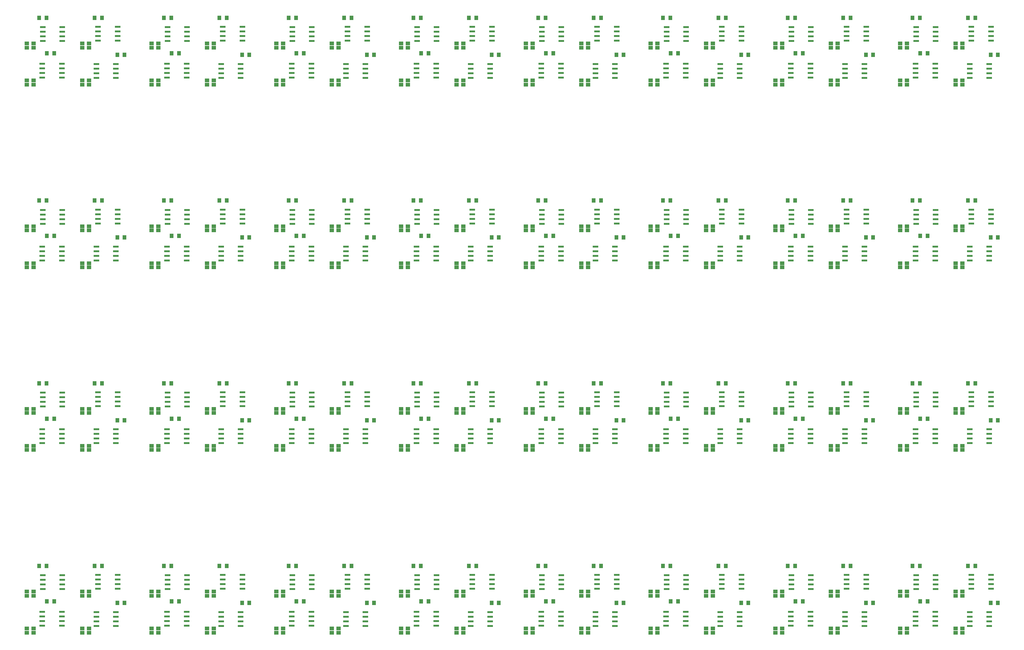
<source format=gbr>
G04 #@! TF.FileFunction,Paste,Bot*
%FSLAX46Y46*%
G04 Gerber Fmt 4.6, Leading zero omitted, Abs format (unit mm)*
G04 Created by KiCad (PCBNEW 4.0.7-e2-6376~58~ubuntu16.04.1) date Mon Nov 20 20:39:29 2017*
%MOMM*%
%LPD*%
G01*
G04 APERTURE LIST*
%ADD10C,0.100000*%
%ADD11R,1.550000X0.600000*%
%ADD12R,1.250000X1.000000*%
%ADD13R,1.000000X1.250000*%
G04 APERTURE END LIST*
D10*
D11*
X199042000Y-125907800D03*
X199042000Y-127177800D03*
X199042000Y-128447800D03*
X199042000Y-129717800D03*
X193642000Y-129717800D03*
X193642000Y-128447800D03*
X193642000Y-127177800D03*
X193642000Y-125907800D03*
X213774000Y-136017000D03*
X213774000Y-137287000D03*
X213774000Y-138557000D03*
X213774000Y-139827000D03*
X208374000Y-139827000D03*
X208374000Y-138557000D03*
X208374000Y-137287000D03*
X208374000Y-136017000D03*
X214256600Y-125831600D03*
X214256600Y-127101600D03*
X214256600Y-128371600D03*
X214256600Y-129641600D03*
X208856600Y-129641600D03*
X208856600Y-128371600D03*
X208856600Y-127101600D03*
X208856600Y-125831600D03*
X198940400Y-135991600D03*
X198940400Y-137261600D03*
X198940400Y-138531600D03*
X198940400Y-139801600D03*
X193540400Y-139801600D03*
X193540400Y-138531600D03*
X193540400Y-137261600D03*
X193540400Y-135991600D03*
D12*
X191135000Y-130390900D03*
X191135000Y-131533900D03*
X189230000Y-130390900D03*
X189230000Y-131533900D03*
X206375000Y-130390900D03*
X206375000Y-131533900D03*
X204470000Y-130390900D03*
X204470000Y-131533900D03*
X206375000Y-140550900D03*
X206375000Y-141693900D03*
X204470000Y-140550900D03*
X204470000Y-141693900D03*
X191135000Y-140550900D03*
X191135000Y-141693900D03*
X189230000Y-140550900D03*
X189230000Y-141693900D03*
D13*
X194675000Y-123342400D03*
X192675000Y-123342400D03*
X216138000Y-133502400D03*
X214138000Y-133502400D03*
X209915000Y-123342400D03*
X207915000Y-123342400D03*
X196808600Y-133070600D03*
X194808600Y-133070600D03*
D11*
X164752000Y-125907800D03*
X164752000Y-127177800D03*
X164752000Y-128447800D03*
X164752000Y-129717800D03*
X159352000Y-129717800D03*
X159352000Y-128447800D03*
X159352000Y-127177800D03*
X159352000Y-125907800D03*
X179484000Y-136017000D03*
X179484000Y-137287000D03*
X179484000Y-138557000D03*
X179484000Y-139827000D03*
X174084000Y-139827000D03*
X174084000Y-138557000D03*
X174084000Y-137287000D03*
X174084000Y-136017000D03*
X179966600Y-125831600D03*
X179966600Y-127101600D03*
X179966600Y-128371600D03*
X179966600Y-129641600D03*
X174566600Y-129641600D03*
X174566600Y-128371600D03*
X174566600Y-127101600D03*
X174566600Y-125831600D03*
X164650400Y-135991600D03*
X164650400Y-137261600D03*
X164650400Y-138531600D03*
X164650400Y-139801600D03*
X159250400Y-139801600D03*
X159250400Y-138531600D03*
X159250400Y-137261600D03*
X159250400Y-135991600D03*
D12*
X156845000Y-130390900D03*
X156845000Y-131533900D03*
X154940000Y-130390900D03*
X154940000Y-131533900D03*
X172085000Y-130390900D03*
X172085000Y-131533900D03*
X170180000Y-130390900D03*
X170180000Y-131533900D03*
X172085000Y-140550900D03*
X172085000Y-141693900D03*
X170180000Y-140550900D03*
X170180000Y-141693900D03*
X156845000Y-140550900D03*
X156845000Y-141693900D03*
X154940000Y-140550900D03*
X154940000Y-141693900D03*
D13*
X160385000Y-123342400D03*
X158385000Y-123342400D03*
X181848000Y-133502400D03*
X179848000Y-133502400D03*
X175625000Y-123342400D03*
X173625000Y-123342400D03*
X162518600Y-133070600D03*
X160518600Y-133070600D03*
X231098600Y-133070600D03*
X229098600Y-133070600D03*
X244205000Y-123342400D03*
X242205000Y-123342400D03*
X250428000Y-133502400D03*
X248428000Y-133502400D03*
X228965000Y-123342400D03*
X226965000Y-123342400D03*
D12*
X223520000Y-140550900D03*
X223520000Y-141693900D03*
X225425000Y-140550900D03*
X225425000Y-141693900D03*
X238760000Y-140550900D03*
X238760000Y-141693900D03*
X240665000Y-140550900D03*
X240665000Y-141693900D03*
X238760000Y-130390900D03*
X238760000Y-131533900D03*
X240665000Y-130390900D03*
X240665000Y-131533900D03*
X223520000Y-130390900D03*
X223520000Y-131533900D03*
X225425000Y-130390900D03*
X225425000Y-131533900D03*
D11*
X233230400Y-135991600D03*
X233230400Y-137261600D03*
X233230400Y-138531600D03*
X233230400Y-139801600D03*
X227830400Y-139801600D03*
X227830400Y-138531600D03*
X227830400Y-137261600D03*
X227830400Y-135991600D03*
X248546600Y-125831600D03*
X248546600Y-127101600D03*
X248546600Y-128371600D03*
X248546600Y-129641600D03*
X243146600Y-129641600D03*
X243146600Y-128371600D03*
X243146600Y-127101600D03*
X243146600Y-125831600D03*
X248064000Y-136017000D03*
X248064000Y-137287000D03*
X248064000Y-138557000D03*
X248064000Y-139827000D03*
X242664000Y-139827000D03*
X242664000Y-138557000D03*
X242664000Y-137287000D03*
X242664000Y-136017000D03*
X233332000Y-125907800D03*
X233332000Y-127177800D03*
X233332000Y-128447800D03*
X233332000Y-129717800D03*
X227932000Y-129717800D03*
X227932000Y-128447800D03*
X227932000Y-127177800D03*
X227932000Y-125907800D03*
D13*
X265388600Y-133070600D03*
X263388600Y-133070600D03*
X278495000Y-123342400D03*
X276495000Y-123342400D03*
X284718000Y-133502400D03*
X282718000Y-133502400D03*
X263255000Y-123342400D03*
X261255000Y-123342400D03*
D12*
X257810000Y-140550900D03*
X257810000Y-141693900D03*
X259715000Y-140550900D03*
X259715000Y-141693900D03*
X273050000Y-140550900D03*
X273050000Y-141693900D03*
X274955000Y-140550900D03*
X274955000Y-141693900D03*
X273050000Y-130390900D03*
X273050000Y-131533900D03*
X274955000Y-130390900D03*
X274955000Y-131533900D03*
X257810000Y-130390900D03*
X257810000Y-131533900D03*
X259715000Y-130390900D03*
X259715000Y-131533900D03*
D11*
X267520400Y-135991600D03*
X267520400Y-137261600D03*
X267520400Y-138531600D03*
X267520400Y-139801600D03*
X262120400Y-139801600D03*
X262120400Y-138531600D03*
X262120400Y-137261600D03*
X262120400Y-135991600D03*
X282836600Y-125831600D03*
X282836600Y-127101600D03*
X282836600Y-128371600D03*
X282836600Y-129641600D03*
X277436600Y-129641600D03*
X277436600Y-128371600D03*
X277436600Y-127101600D03*
X277436600Y-125831600D03*
X282354000Y-136017000D03*
X282354000Y-137287000D03*
X282354000Y-138557000D03*
X282354000Y-139827000D03*
X276954000Y-139827000D03*
X276954000Y-138557000D03*
X276954000Y-137287000D03*
X276954000Y-136017000D03*
X267622000Y-125907800D03*
X267622000Y-127177800D03*
X267622000Y-128447800D03*
X267622000Y-129717800D03*
X262222000Y-129717800D03*
X262222000Y-128447800D03*
X262222000Y-127177800D03*
X262222000Y-125907800D03*
X130462000Y-125907800D03*
X130462000Y-127177800D03*
X130462000Y-128447800D03*
X130462000Y-129717800D03*
X125062000Y-129717800D03*
X125062000Y-128447800D03*
X125062000Y-127177800D03*
X125062000Y-125907800D03*
X145194000Y-136017000D03*
X145194000Y-137287000D03*
X145194000Y-138557000D03*
X145194000Y-139827000D03*
X139794000Y-139827000D03*
X139794000Y-138557000D03*
X139794000Y-137287000D03*
X139794000Y-136017000D03*
X145676600Y-125831600D03*
X145676600Y-127101600D03*
X145676600Y-128371600D03*
X145676600Y-129641600D03*
X140276600Y-129641600D03*
X140276600Y-128371600D03*
X140276600Y-127101600D03*
X140276600Y-125831600D03*
X130360400Y-135991600D03*
X130360400Y-137261600D03*
X130360400Y-138531600D03*
X130360400Y-139801600D03*
X124960400Y-139801600D03*
X124960400Y-138531600D03*
X124960400Y-137261600D03*
X124960400Y-135991600D03*
D12*
X122555000Y-130390900D03*
X122555000Y-131533900D03*
X120650000Y-130390900D03*
X120650000Y-131533900D03*
X137795000Y-130390900D03*
X137795000Y-131533900D03*
X135890000Y-130390900D03*
X135890000Y-131533900D03*
X137795000Y-140550900D03*
X137795000Y-141693900D03*
X135890000Y-140550900D03*
X135890000Y-141693900D03*
X122555000Y-140550900D03*
X122555000Y-141693900D03*
X120650000Y-140550900D03*
X120650000Y-141693900D03*
D13*
X126095000Y-123342400D03*
X124095000Y-123342400D03*
X147558000Y-133502400D03*
X145558000Y-133502400D03*
X141335000Y-123342400D03*
X139335000Y-123342400D03*
X128228600Y-133070600D03*
X126228600Y-133070600D03*
D11*
X96172000Y-125907800D03*
X96172000Y-127177800D03*
X96172000Y-128447800D03*
X96172000Y-129717800D03*
X90772000Y-129717800D03*
X90772000Y-128447800D03*
X90772000Y-127177800D03*
X90772000Y-125907800D03*
X110904000Y-136017000D03*
X110904000Y-137287000D03*
X110904000Y-138557000D03*
X110904000Y-139827000D03*
X105504000Y-139827000D03*
X105504000Y-138557000D03*
X105504000Y-137287000D03*
X105504000Y-136017000D03*
X111386600Y-125831600D03*
X111386600Y-127101600D03*
X111386600Y-128371600D03*
X111386600Y-129641600D03*
X105986600Y-129641600D03*
X105986600Y-128371600D03*
X105986600Y-127101600D03*
X105986600Y-125831600D03*
X96070400Y-135991600D03*
X96070400Y-137261600D03*
X96070400Y-138531600D03*
X96070400Y-139801600D03*
X90670400Y-139801600D03*
X90670400Y-138531600D03*
X90670400Y-137261600D03*
X90670400Y-135991600D03*
D12*
X88265000Y-130390900D03*
X88265000Y-131533900D03*
X86360000Y-130390900D03*
X86360000Y-131533900D03*
X103505000Y-130390900D03*
X103505000Y-131533900D03*
X101600000Y-130390900D03*
X101600000Y-131533900D03*
X103505000Y-140550900D03*
X103505000Y-141693900D03*
X101600000Y-140550900D03*
X101600000Y-141693900D03*
X88265000Y-140550900D03*
X88265000Y-141693900D03*
X86360000Y-140550900D03*
X86360000Y-141693900D03*
D13*
X91805000Y-123342400D03*
X89805000Y-123342400D03*
X113268000Y-133502400D03*
X111268000Y-133502400D03*
X107045000Y-123342400D03*
X105045000Y-123342400D03*
X93938600Y-133070600D03*
X91938600Y-133070600D03*
X25358600Y-133070600D03*
X23358600Y-133070600D03*
X38465000Y-123342400D03*
X36465000Y-123342400D03*
X44688000Y-133502400D03*
X42688000Y-133502400D03*
X23225000Y-123342400D03*
X21225000Y-123342400D03*
D12*
X17780000Y-140550900D03*
X17780000Y-141693900D03*
X19685000Y-140550900D03*
X19685000Y-141693900D03*
X33020000Y-140550900D03*
X33020000Y-141693900D03*
X34925000Y-140550900D03*
X34925000Y-141693900D03*
X33020000Y-130390900D03*
X33020000Y-131533900D03*
X34925000Y-130390900D03*
X34925000Y-131533900D03*
X17780000Y-130390900D03*
X17780000Y-131533900D03*
X19685000Y-130390900D03*
X19685000Y-131533900D03*
D11*
X27490400Y-135991600D03*
X27490400Y-137261600D03*
X27490400Y-138531600D03*
X27490400Y-139801600D03*
X22090400Y-139801600D03*
X22090400Y-138531600D03*
X22090400Y-137261600D03*
X22090400Y-135991600D03*
X42806600Y-125831600D03*
X42806600Y-127101600D03*
X42806600Y-128371600D03*
X42806600Y-129641600D03*
X37406600Y-129641600D03*
X37406600Y-128371600D03*
X37406600Y-127101600D03*
X37406600Y-125831600D03*
X42324000Y-136017000D03*
X42324000Y-137287000D03*
X42324000Y-138557000D03*
X42324000Y-139827000D03*
X36924000Y-139827000D03*
X36924000Y-138557000D03*
X36924000Y-137287000D03*
X36924000Y-136017000D03*
X27592000Y-125907800D03*
X27592000Y-127177800D03*
X27592000Y-128447800D03*
X27592000Y-129717800D03*
X22192000Y-129717800D03*
X22192000Y-128447800D03*
X22192000Y-127177800D03*
X22192000Y-125907800D03*
D13*
X59648600Y-133070600D03*
X57648600Y-133070600D03*
X72755000Y-123342400D03*
X70755000Y-123342400D03*
X78978000Y-133502400D03*
X76978000Y-133502400D03*
X57515000Y-123342400D03*
X55515000Y-123342400D03*
D12*
X52070000Y-140550900D03*
X52070000Y-141693900D03*
X53975000Y-140550900D03*
X53975000Y-141693900D03*
X67310000Y-140550900D03*
X67310000Y-141693900D03*
X69215000Y-140550900D03*
X69215000Y-141693900D03*
X67310000Y-130390900D03*
X67310000Y-131533900D03*
X69215000Y-130390900D03*
X69215000Y-131533900D03*
X52070000Y-130390900D03*
X52070000Y-131533900D03*
X53975000Y-130390900D03*
X53975000Y-131533900D03*
D11*
X61780400Y-135991600D03*
X61780400Y-137261600D03*
X61780400Y-138531600D03*
X61780400Y-139801600D03*
X56380400Y-139801600D03*
X56380400Y-138531600D03*
X56380400Y-137261600D03*
X56380400Y-135991600D03*
X77096600Y-125831600D03*
X77096600Y-127101600D03*
X77096600Y-128371600D03*
X77096600Y-129641600D03*
X71696600Y-129641600D03*
X71696600Y-128371600D03*
X71696600Y-127101600D03*
X71696600Y-125831600D03*
X76614000Y-136017000D03*
X76614000Y-137287000D03*
X76614000Y-138557000D03*
X76614000Y-139827000D03*
X71214000Y-139827000D03*
X71214000Y-138557000D03*
X71214000Y-137287000D03*
X71214000Y-136017000D03*
X61882000Y-125907800D03*
X61882000Y-127177800D03*
X61882000Y-128447800D03*
X61882000Y-129717800D03*
X56482000Y-129717800D03*
X56482000Y-128447800D03*
X56482000Y-127177800D03*
X56482000Y-125907800D03*
X61882000Y-176149000D03*
X61882000Y-177419000D03*
X61882000Y-178689000D03*
X61882000Y-179959000D03*
X56482000Y-179959000D03*
X56482000Y-178689000D03*
X56482000Y-177419000D03*
X56482000Y-176149000D03*
X76614000Y-186258200D03*
X76614000Y-187528200D03*
X76614000Y-188798200D03*
X76614000Y-190068200D03*
X71214000Y-190068200D03*
X71214000Y-188798200D03*
X71214000Y-187528200D03*
X71214000Y-186258200D03*
X77096600Y-176072800D03*
X77096600Y-177342800D03*
X77096600Y-178612800D03*
X77096600Y-179882800D03*
X71696600Y-179882800D03*
X71696600Y-178612800D03*
X71696600Y-177342800D03*
X71696600Y-176072800D03*
X61780400Y-186232800D03*
X61780400Y-187502800D03*
X61780400Y-188772800D03*
X61780400Y-190042800D03*
X56380400Y-190042800D03*
X56380400Y-188772800D03*
X56380400Y-187502800D03*
X56380400Y-186232800D03*
D12*
X53975000Y-180632100D03*
X53975000Y-181775100D03*
X52070000Y-180632100D03*
X52070000Y-181775100D03*
X69215000Y-180632100D03*
X69215000Y-181775100D03*
X67310000Y-180632100D03*
X67310000Y-181775100D03*
X69215000Y-190792100D03*
X69215000Y-191935100D03*
X67310000Y-190792100D03*
X67310000Y-191935100D03*
X53975000Y-190792100D03*
X53975000Y-191935100D03*
X52070000Y-190792100D03*
X52070000Y-191935100D03*
D13*
X57515000Y-173583600D03*
X55515000Y-173583600D03*
X78978000Y-183743600D03*
X76978000Y-183743600D03*
X72755000Y-173583600D03*
X70755000Y-173583600D03*
X59648600Y-183311800D03*
X57648600Y-183311800D03*
D11*
X27592000Y-176149000D03*
X27592000Y-177419000D03*
X27592000Y-178689000D03*
X27592000Y-179959000D03*
X22192000Y-179959000D03*
X22192000Y-178689000D03*
X22192000Y-177419000D03*
X22192000Y-176149000D03*
X42324000Y-186258200D03*
X42324000Y-187528200D03*
X42324000Y-188798200D03*
X42324000Y-190068200D03*
X36924000Y-190068200D03*
X36924000Y-188798200D03*
X36924000Y-187528200D03*
X36924000Y-186258200D03*
X42806600Y-176072800D03*
X42806600Y-177342800D03*
X42806600Y-178612800D03*
X42806600Y-179882800D03*
X37406600Y-179882800D03*
X37406600Y-178612800D03*
X37406600Y-177342800D03*
X37406600Y-176072800D03*
X27490400Y-186232800D03*
X27490400Y-187502800D03*
X27490400Y-188772800D03*
X27490400Y-190042800D03*
X22090400Y-190042800D03*
X22090400Y-188772800D03*
X22090400Y-187502800D03*
X22090400Y-186232800D03*
D12*
X19685000Y-180632100D03*
X19685000Y-181775100D03*
X17780000Y-180632100D03*
X17780000Y-181775100D03*
X34925000Y-180632100D03*
X34925000Y-181775100D03*
X33020000Y-180632100D03*
X33020000Y-181775100D03*
X34925000Y-190792100D03*
X34925000Y-191935100D03*
X33020000Y-190792100D03*
X33020000Y-191935100D03*
X19685000Y-190792100D03*
X19685000Y-191935100D03*
X17780000Y-190792100D03*
X17780000Y-191935100D03*
D13*
X23225000Y-173583600D03*
X21225000Y-173583600D03*
X44688000Y-183743600D03*
X42688000Y-183743600D03*
X38465000Y-173583600D03*
X36465000Y-173583600D03*
X25358600Y-183311800D03*
X23358600Y-183311800D03*
X93938600Y-183311800D03*
X91938600Y-183311800D03*
X107045000Y-173583600D03*
X105045000Y-173583600D03*
X113268000Y-183743600D03*
X111268000Y-183743600D03*
X91805000Y-173583600D03*
X89805000Y-173583600D03*
D12*
X86360000Y-190792100D03*
X86360000Y-191935100D03*
X88265000Y-190792100D03*
X88265000Y-191935100D03*
X101600000Y-190792100D03*
X101600000Y-191935100D03*
X103505000Y-190792100D03*
X103505000Y-191935100D03*
X101600000Y-180632100D03*
X101600000Y-181775100D03*
X103505000Y-180632100D03*
X103505000Y-181775100D03*
X86360000Y-180632100D03*
X86360000Y-181775100D03*
X88265000Y-180632100D03*
X88265000Y-181775100D03*
D11*
X96070400Y-186232800D03*
X96070400Y-187502800D03*
X96070400Y-188772800D03*
X96070400Y-190042800D03*
X90670400Y-190042800D03*
X90670400Y-188772800D03*
X90670400Y-187502800D03*
X90670400Y-186232800D03*
X111386600Y-176072800D03*
X111386600Y-177342800D03*
X111386600Y-178612800D03*
X111386600Y-179882800D03*
X105986600Y-179882800D03*
X105986600Y-178612800D03*
X105986600Y-177342800D03*
X105986600Y-176072800D03*
X110904000Y-186258200D03*
X110904000Y-187528200D03*
X110904000Y-188798200D03*
X110904000Y-190068200D03*
X105504000Y-190068200D03*
X105504000Y-188798200D03*
X105504000Y-187528200D03*
X105504000Y-186258200D03*
X96172000Y-176149000D03*
X96172000Y-177419000D03*
X96172000Y-178689000D03*
X96172000Y-179959000D03*
X90772000Y-179959000D03*
X90772000Y-178689000D03*
X90772000Y-177419000D03*
X90772000Y-176149000D03*
D13*
X128228600Y-183311800D03*
X126228600Y-183311800D03*
X141335000Y-173583600D03*
X139335000Y-173583600D03*
X147558000Y-183743600D03*
X145558000Y-183743600D03*
X126095000Y-173583600D03*
X124095000Y-173583600D03*
D12*
X120650000Y-190792100D03*
X120650000Y-191935100D03*
X122555000Y-190792100D03*
X122555000Y-191935100D03*
X135890000Y-190792100D03*
X135890000Y-191935100D03*
X137795000Y-190792100D03*
X137795000Y-191935100D03*
X135890000Y-180632100D03*
X135890000Y-181775100D03*
X137795000Y-180632100D03*
X137795000Y-181775100D03*
X120650000Y-180632100D03*
X120650000Y-181775100D03*
X122555000Y-180632100D03*
X122555000Y-181775100D03*
D11*
X130360400Y-186232800D03*
X130360400Y-187502800D03*
X130360400Y-188772800D03*
X130360400Y-190042800D03*
X124960400Y-190042800D03*
X124960400Y-188772800D03*
X124960400Y-187502800D03*
X124960400Y-186232800D03*
X145676600Y-176072800D03*
X145676600Y-177342800D03*
X145676600Y-178612800D03*
X145676600Y-179882800D03*
X140276600Y-179882800D03*
X140276600Y-178612800D03*
X140276600Y-177342800D03*
X140276600Y-176072800D03*
X145194000Y-186258200D03*
X145194000Y-187528200D03*
X145194000Y-188798200D03*
X145194000Y-190068200D03*
X139794000Y-190068200D03*
X139794000Y-188798200D03*
X139794000Y-187528200D03*
X139794000Y-186258200D03*
X130462000Y-176149000D03*
X130462000Y-177419000D03*
X130462000Y-178689000D03*
X130462000Y-179959000D03*
X125062000Y-179959000D03*
X125062000Y-178689000D03*
X125062000Y-177419000D03*
X125062000Y-176149000D03*
X267622000Y-176149000D03*
X267622000Y-177419000D03*
X267622000Y-178689000D03*
X267622000Y-179959000D03*
X262222000Y-179959000D03*
X262222000Y-178689000D03*
X262222000Y-177419000D03*
X262222000Y-176149000D03*
X282354000Y-186258200D03*
X282354000Y-187528200D03*
X282354000Y-188798200D03*
X282354000Y-190068200D03*
X276954000Y-190068200D03*
X276954000Y-188798200D03*
X276954000Y-187528200D03*
X276954000Y-186258200D03*
X282836600Y-176072800D03*
X282836600Y-177342800D03*
X282836600Y-178612800D03*
X282836600Y-179882800D03*
X277436600Y-179882800D03*
X277436600Y-178612800D03*
X277436600Y-177342800D03*
X277436600Y-176072800D03*
X267520400Y-186232800D03*
X267520400Y-187502800D03*
X267520400Y-188772800D03*
X267520400Y-190042800D03*
X262120400Y-190042800D03*
X262120400Y-188772800D03*
X262120400Y-187502800D03*
X262120400Y-186232800D03*
D12*
X259715000Y-180632100D03*
X259715000Y-181775100D03*
X257810000Y-180632100D03*
X257810000Y-181775100D03*
X274955000Y-180632100D03*
X274955000Y-181775100D03*
X273050000Y-180632100D03*
X273050000Y-181775100D03*
X274955000Y-190792100D03*
X274955000Y-191935100D03*
X273050000Y-190792100D03*
X273050000Y-191935100D03*
X259715000Y-190792100D03*
X259715000Y-191935100D03*
X257810000Y-190792100D03*
X257810000Y-191935100D03*
D13*
X263255000Y-173583600D03*
X261255000Y-173583600D03*
X284718000Y-183743600D03*
X282718000Y-183743600D03*
X278495000Y-173583600D03*
X276495000Y-173583600D03*
X265388600Y-183311800D03*
X263388600Y-183311800D03*
D11*
X233332000Y-176149000D03*
X233332000Y-177419000D03*
X233332000Y-178689000D03*
X233332000Y-179959000D03*
X227932000Y-179959000D03*
X227932000Y-178689000D03*
X227932000Y-177419000D03*
X227932000Y-176149000D03*
X248064000Y-186258200D03*
X248064000Y-187528200D03*
X248064000Y-188798200D03*
X248064000Y-190068200D03*
X242664000Y-190068200D03*
X242664000Y-188798200D03*
X242664000Y-187528200D03*
X242664000Y-186258200D03*
X248546600Y-176072800D03*
X248546600Y-177342800D03*
X248546600Y-178612800D03*
X248546600Y-179882800D03*
X243146600Y-179882800D03*
X243146600Y-178612800D03*
X243146600Y-177342800D03*
X243146600Y-176072800D03*
X233230400Y-186232800D03*
X233230400Y-187502800D03*
X233230400Y-188772800D03*
X233230400Y-190042800D03*
X227830400Y-190042800D03*
X227830400Y-188772800D03*
X227830400Y-187502800D03*
X227830400Y-186232800D03*
D12*
X225425000Y-180632100D03*
X225425000Y-181775100D03*
X223520000Y-180632100D03*
X223520000Y-181775100D03*
X240665000Y-180632100D03*
X240665000Y-181775100D03*
X238760000Y-180632100D03*
X238760000Y-181775100D03*
X240665000Y-190792100D03*
X240665000Y-191935100D03*
X238760000Y-190792100D03*
X238760000Y-191935100D03*
X225425000Y-190792100D03*
X225425000Y-191935100D03*
X223520000Y-190792100D03*
X223520000Y-191935100D03*
D13*
X228965000Y-173583600D03*
X226965000Y-173583600D03*
X250428000Y-183743600D03*
X248428000Y-183743600D03*
X244205000Y-173583600D03*
X242205000Y-173583600D03*
X231098600Y-183311800D03*
X229098600Y-183311800D03*
X162518600Y-183311800D03*
X160518600Y-183311800D03*
X175625000Y-173583600D03*
X173625000Y-173583600D03*
X181848000Y-183743600D03*
X179848000Y-183743600D03*
X160385000Y-173583600D03*
X158385000Y-173583600D03*
D12*
X154940000Y-190792100D03*
X154940000Y-191935100D03*
X156845000Y-190792100D03*
X156845000Y-191935100D03*
X170180000Y-190792100D03*
X170180000Y-191935100D03*
X172085000Y-190792100D03*
X172085000Y-191935100D03*
X170180000Y-180632100D03*
X170180000Y-181775100D03*
X172085000Y-180632100D03*
X172085000Y-181775100D03*
X154940000Y-180632100D03*
X154940000Y-181775100D03*
X156845000Y-180632100D03*
X156845000Y-181775100D03*
D11*
X164650400Y-186232800D03*
X164650400Y-187502800D03*
X164650400Y-188772800D03*
X164650400Y-190042800D03*
X159250400Y-190042800D03*
X159250400Y-188772800D03*
X159250400Y-187502800D03*
X159250400Y-186232800D03*
X179966600Y-176072800D03*
X179966600Y-177342800D03*
X179966600Y-178612800D03*
X179966600Y-179882800D03*
X174566600Y-179882800D03*
X174566600Y-178612800D03*
X174566600Y-177342800D03*
X174566600Y-176072800D03*
X179484000Y-186258200D03*
X179484000Y-187528200D03*
X179484000Y-188798200D03*
X179484000Y-190068200D03*
X174084000Y-190068200D03*
X174084000Y-188798200D03*
X174084000Y-187528200D03*
X174084000Y-186258200D03*
X164752000Y-176149000D03*
X164752000Y-177419000D03*
X164752000Y-178689000D03*
X164752000Y-179959000D03*
X159352000Y-179959000D03*
X159352000Y-178689000D03*
X159352000Y-177419000D03*
X159352000Y-176149000D03*
D13*
X196808600Y-183311800D03*
X194808600Y-183311800D03*
X209915000Y-173583600D03*
X207915000Y-173583600D03*
X216138000Y-183743600D03*
X214138000Y-183743600D03*
X194675000Y-173583600D03*
X192675000Y-173583600D03*
D12*
X189230000Y-190792100D03*
X189230000Y-191935100D03*
X191135000Y-190792100D03*
X191135000Y-191935100D03*
X204470000Y-190792100D03*
X204470000Y-191935100D03*
X206375000Y-190792100D03*
X206375000Y-191935100D03*
X204470000Y-180632100D03*
X204470000Y-181775100D03*
X206375000Y-180632100D03*
X206375000Y-181775100D03*
X189230000Y-180632100D03*
X189230000Y-181775100D03*
X191135000Y-180632100D03*
X191135000Y-181775100D03*
D11*
X198940400Y-186232800D03*
X198940400Y-187502800D03*
X198940400Y-188772800D03*
X198940400Y-190042800D03*
X193540400Y-190042800D03*
X193540400Y-188772800D03*
X193540400Y-187502800D03*
X193540400Y-186232800D03*
X214256600Y-176072800D03*
X214256600Y-177342800D03*
X214256600Y-178612800D03*
X214256600Y-179882800D03*
X208856600Y-179882800D03*
X208856600Y-178612800D03*
X208856600Y-177342800D03*
X208856600Y-176072800D03*
X213774000Y-186258200D03*
X213774000Y-187528200D03*
X213774000Y-188798200D03*
X213774000Y-190068200D03*
X208374000Y-190068200D03*
X208374000Y-188798200D03*
X208374000Y-187528200D03*
X208374000Y-186258200D03*
X199042000Y-176149000D03*
X199042000Y-177419000D03*
X199042000Y-178689000D03*
X199042000Y-179959000D03*
X193642000Y-179959000D03*
X193642000Y-178689000D03*
X193642000Y-177419000D03*
X193642000Y-176149000D03*
X199042000Y-75666600D03*
X199042000Y-76936600D03*
X199042000Y-78206600D03*
X199042000Y-79476600D03*
X193642000Y-79476600D03*
X193642000Y-78206600D03*
X193642000Y-76936600D03*
X193642000Y-75666600D03*
X213774000Y-85775800D03*
X213774000Y-87045800D03*
X213774000Y-88315800D03*
X213774000Y-89585800D03*
X208374000Y-89585800D03*
X208374000Y-88315800D03*
X208374000Y-87045800D03*
X208374000Y-85775800D03*
X214256600Y-75590400D03*
X214256600Y-76860400D03*
X214256600Y-78130400D03*
X214256600Y-79400400D03*
X208856600Y-79400400D03*
X208856600Y-78130400D03*
X208856600Y-76860400D03*
X208856600Y-75590400D03*
X198940400Y-85750400D03*
X198940400Y-87020400D03*
X198940400Y-88290400D03*
X198940400Y-89560400D03*
X193540400Y-89560400D03*
X193540400Y-88290400D03*
X193540400Y-87020400D03*
X193540400Y-85750400D03*
D12*
X191135000Y-80149700D03*
X191135000Y-81292700D03*
X189230000Y-80149700D03*
X189230000Y-81292700D03*
X206375000Y-80149700D03*
X206375000Y-81292700D03*
X204470000Y-80149700D03*
X204470000Y-81292700D03*
X206375000Y-90309700D03*
X206375000Y-91452700D03*
X204470000Y-90309700D03*
X204470000Y-91452700D03*
X191135000Y-90309700D03*
X191135000Y-91452700D03*
X189230000Y-90309700D03*
X189230000Y-91452700D03*
D13*
X194675000Y-73101200D03*
X192675000Y-73101200D03*
X216138000Y-83261200D03*
X214138000Y-83261200D03*
X209915000Y-73101200D03*
X207915000Y-73101200D03*
X196808600Y-82829400D03*
X194808600Y-82829400D03*
D11*
X164752000Y-75666600D03*
X164752000Y-76936600D03*
X164752000Y-78206600D03*
X164752000Y-79476600D03*
X159352000Y-79476600D03*
X159352000Y-78206600D03*
X159352000Y-76936600D03*
X159352000Y-75666600D03*
X179484000Y-85775800D03*
X179484000Y-87045800D03*
X179484000Y-88315800D03*
X179484000Y-89585800D03*
X174084000Y-89585800D03*
X174084000Y-88315800D03*
X174084000Y-87045800D03*
X174084000Y-85775800D03*
X179966600Y-75590400D03*
X179966600Y-76860400D03*
X179966600Y-78130400D03*
X179966600Y-79400400D03*
X174566600Y-79400400D03*
X174566600Y-78130400D03*
X174566600Y-76860400D03*
X174566600Y-75590400D03*
X164650400Y-85750400D03*
X164650400Y-87020400D03*
X164650400Y-88290400D03*
X164650400Y-89560400D03*
X159250400Y-89560400D03*
X159250400Y-88290400D03*
X159250400Y-87020400D03*
X159250400Y-85750400D03*
D12*
X156845000Y-80149700D03*
X156845000Y-81292700D03*
X154940000Y-80149700D03*
X154940000Y-81292700D03*
X172085000Y-80149700D03*
X172085000Y-81292700D03*
X170180000Y-80149700D03*
X170180000Y-81292700D03*
X172085000Y-90309700D03*
X172085000Y-91452700D03*
X170180000Y-90309700D03*
X170180000Y-91452700D03*
X156845000Y-90309700D03*
X156845000Y-91452700D03*
X154940000Y-90309700D03*
X154940000Y-91452700D03*
D13*
X160385000Y-73101200D03*
X158385000Y-73101200D03*
X181848000Y-83261200D03*
X179848000Y-83261200D03*
X175625000Y-73101200D03*
X173625000Y-73101200D03*
X162518600Y-82829400D03*
X160518600Y-82829400D03*
X231098600Y-82829400D03*
X229098600Y-82829400D03*
X244205000Y-73101200D03*
X242205000Y-73101200D03*
X250428000Y-83261200D03*
X248428000Y-83261200D03*
X228965000Y-73101200D03*
X226965000Y-73101200D03*
D12*
X223520000Y-90309700D03*
X223520000Y-91452700D03*
X225425000Y-90309700D03*
X225425000Y-91452700D03*
X238760000Y-90309700D03*
X238760000Y-91452700D03*
X240665000Y-90309700D03*
X240665000Y-91452700D03*
X238760000Y-80149700D03*
X238760000Y-81292700D03*
X240665000Y-80149700D03*
X240665000Y-81292700D03*
X223520000Y-80149700D03*
X223520000Y-81292700D03*
X225425000Y-80149700D03*
X225425000Y-81292700D03*
D11*
X233230400Y-85750400D03*
X233230400Y-87020400D03*
X233230400Y-88290400D03*
X233230400Y-89560400D03*
X227830400Y-89560400D03*
X227830400Y-88290400D03*
X227830400Y-87020400D03*
X227830400Y-85750400D03*
X248546600Y-75590400D03*
X248546600Y-76860400D03*
X248546600Y-78130400D03*
X248546600Y-79400400D03*
X243146600Y-79400400D03*
X243146600Y-78130400D03*
X243146600Y-76860400D03*
X243146600Y-75590400D03*
X248064000Y-85775800D03*
X248064000Y-87045800D03*
X248064000Y-88315800D03*
X248064000Y-89585800D03*
X242664000Y-89585800D03*
X242664000Y-88315800D03*
X242664000Y-87045800D03*
X242664000Y-85775800D03*
X233332000Y-75666600D03*
X233332000Y-76936600D03*
X233332000Y-78206600D03*
X233332000Y-79476600D03*
X227932000Y-79476600D03*
X227932000Y-78206600D03*
X227932000Y-76936600D03*
X227932000Y-75666600D03*
D13*
X265388600Y-82829400D03*
X263388600Y-82829400D03*
X278495000Y-73101200D03*
X276495000Y-73101200D03*
X284718000Y-83261200D03*
X282718000Y-83261200D03*
X263255000Y-73101200D03*
X261255000Y-73101200D03*
D12*
X257810000Y-90309700D03*
X257810000Y-91452700D03*
X259715000Y-90309700D03*
X259715000Y-91452700D03*
X273050000Y-90309700D03*
X273050000Y-91452700D03*
X274955000Y-90309700D03*
X274955000Y-91452700D03*
X273050000Y-80149700D03*
X273050000Y-81292700D03*
X274955000Y-80149700D03*
X274955000Y-81292700D03*
X257810000Y-80149700D03*
X257810000Y-81292700D03*
X259715000Y-80149700D03*
X259715000Y-81292700D03*
D11*
X267520400Y-85750400D03*
X267520400Y-87020400D03*
X267520400Y-88290400D03*
X267520400Y-89560400D03*
X262120400Y-89560400D03*
X262120400Y-88290400D03*
X262120400Y-87020400D03*
X262120400Y-85750400D03*
X282836600Y-75590400D03*
X282836600Y-76860400D03*
X282836600Y-78130400D03*
X282836600Y-79400400D03*
X277436600Y-79400400D03*
X277436600Y-78130400D03*
X277436600Y-76860400D03*
X277436600Y-75590400D03*
X282354000Y-85775800D03*
X282354000Y-87045800D03*
X282354000Y-88315800D03*
X282354000Y-89585800D03*
X276954000Y-89585800D03*
X276954000Y-88315800D03*
X276954000Y-87045800D03*
X276954000Y-85775800D03*
X267622000Y-75666600D03*
X267622000Y-76936600D03*
X267622000Y-78206600D03*
X267622000Y-79476600D03*
X262222000Y-79476600D03*
X262222000Y-78206600D03*
X262222000Y-76936600D03*
X262222000Y-75666600D03*
X130462000Y-75666600D03*
X130462000Y-76936600D03*
X130462000Y-78206600D03*
X130462000Y-79476600D03*
X125062000Y-79476600D03*
X125062000Y-78206600D03*
X125062000Y-76936600D03*
X125062000Y-75666600D03*
X145194000Y-85775800D03*
X145194000Y-87045800D03*
X145194000Y-88315800D03*
X145194000Y-89585800D03*
X139794000Y-89585800D03*
X139794000Y-88315800D03*
X139794000Y-87045800D03*
X139794000Y-85775800D03*
X145676600Y-75590400D03*
X145676600Y-76860400D03*
X145676600Y-78130400D03*
X145676600Y-79400400D03*
X140276600Y-79400400D03*
X140276600Y-78130400D03*
X140276600Y-76860400D03*
X140276600Y-75590400D03*
X130360400Y-85750400D03*
X130360400Y-87020400D03*
X130360400Y-88290400D03*
X130360400Y-89560400D03*
X124960400Y-89560400D03*
X124960400Y-88290400D03*
X124960400Y-87020400D03*
X124960400Y-85750400D03*
D12*
X122555000Y-80149700D03*
X122555000Y-81292700D03*
X120650000Y-80149700D03*
X120650000Y-81292700D03*
X137795000Y-80149700D03*
X137795000Y-81292700D03*
X135890000Y-80149700D03*
X135890000Y-81292700D03*
X137795000Y-90309700D03*
X137795000Y-91452700D03*
X135890000Y-90309700D03*
X135890000Y-91452700D03*
X122555000Y-90309700D03*
X122555000Y-91452700D03*
X120650000Y-90309700D03*
X120650000Y-91452700D03*
D13*
X126095000Y-73101200D03*
X124095000Y-73101200D03*
X147558000Y-83261200D03*
X145558000Y-83261200D03*
X141335000Y-73101200D03*
X139335000Y-73101200D03*
X128228600Y-82829400D03*
X126228600Y-82829400D03*
D11*
X96172000Y-75666600D03*
X96172000Y-76936600D03*
X96172000Y-78206600D03*
X96172000Y-79476600D03*
X90772000Y-79476600D03*
X90772000Y-78206600D03*
X90772000Y-76936600D03*
X90772000Y-75666600D03*
X110904000Y-85775800D03*
X110904000Y-87045800D03*
X110904000Y-88315800D03*
X110904000Y-89585800D03*
X105504000Y-89585800D03*
X105504000Y-88315800D03*
X105504000Y-87045800D03*
X105504000Y-85775800D03*
X111386600Y-75590400D03*
X111386600Y-76860400D03*
X111386600Y-78130400D03*
X111386600Y-79400400D03*
X105986600Y-79400400D03*
X105986600Y-78130400D03*
X105986600Y-76860400D03*
X105986600Y-75590400D03*
X96070400Y-85750400D03*
X96070400Y-87020400D03*
X96070400Y-88290400D03*
X96070400Y-89560400D03*
X90670400Y-89560400D03*
X90670400Y-88290400D03*
X90670400Y-87020400D03*
X90670400Y-85750400D03*
D12*
X88265000Y-80149700D03*
X88265000Y-81292700D03*
X86360000Y-80149700D03*
X86360000Y-81292700D03*
X103505000Y-80149700D03*
X103505000Y-81292700D03*
X101600000Y-80149700D03*
X101600000Y-81292700D03*
X103505000Y-90309700D03*
X103505000Y-91452700D03*
X101600000Y-90309700D03*
X101600000Y-91452700D03*
X88265000Y-90309700D03*
X88265000Y-91452700D03*
X86360000Y-90309700D03*
X86360000Y-91452700D03*
D13*
X91805000Y-73101200D03*
X89805000Y-73101200D03*
X113268000Y-83261200D03*
X111268000Y-83261200D03*
X107045000Y-73101200D03*
X105045000Y-73101200D03*
X93938600Y-82829400D03*
X91938600Y-82829400D03*
X25358600Y-82829400D03*
X23358600Y-82829400D03*
X38465000Y-73101200D03*
X36465000Y-73101200D03*
X44688000Y-83261200D03*
X42688000Y-83261200D03*
X23225000Y-73101200D03*
X21225000Y-73101200D03*
D12*
X17780000Y-90309700D03*
X17780000Y-91452700D03*
X19685000Y-90309700D03*
X19685000Y-91452700D03*
X33020000Y-90309700D03*
X33020000Y-91452700D03*
X34925000Y-90309700D03*
X34925000Y-91452700D03*
X33020000Y-80149700D03*
X33020000Y-81292700D03*
X34925000Y-80149700D03*
X34925000Y-81292700D03*
X17780000Y-80149700D03*
X17780000Y-81292700D03*
X19685000Y-80149700D03*
X19685000Y-81292700D03*
D11*
X27490400Y-85750400D03*
X27490400Y-87020400D03*
X27490400Y-88290400D03*
X27490400Y-89560400D03*
X22090400Y-89560400D03*
X22090400Y-88290400D03*
X22090400Y-87020400D03*
X22090400Y-85750400D03*
X42806600Y-75590400D03*
X42806600Y-76860400D03*
X42806600Y-78130400D03*
X42806600Y-79400400D03*
X37406600Y-79400400D03*
X37406600Y-78130400D03*
X37406600Y-76860400D03*
X37406600Y-75590400D03*
X42324000Y-85775800D03*
X42324000Y-87045800D03*
X42324000Y-88315800D03*
X42324000Y-89585800D03*
X36924000Y-89585800D03*
X36924000Y-88315800D03*
X36924000Y-87045800D03*
X36924000Y-85775800D03*
X27592000Y-75666600D03*
X27592000Y-76936600D03*
X27592000Y-78206600D03*
X27592000Y-79476600D03*
X22192000Y-79476600D03*
X22192000Y-78206600D03*
X22192000Y-76936600D03*
X22192000Y-75666600D03*
D13*
X59648600Y-82829400D03*
X57648600Y-82829400D03*
X72755000Y-73101200D03*
X70755000Y-73101200D03*
X78978000Y-83261200D03*
X76978000Y-83261200D03*
X57515000Y-73101200D03*
X55515000Y-73101200D03*
D12*
X52070000Y-90309700D03*
X52070000Y-91452700D03*
X53975000Y-90309700D03*
X53975000Y-91452700D03*
X67310000Y-90309700D03*
X67310000Y-91452700D03*
X69215000Y-90309700D03*
X69215000Y-91452700D03*
X67310000Y-80149700D03*
X67310000Y-81292700D03*
X69215000Y-80149700D03*
X69215000Y-81292700D03*
X52070000Y-80149700D03*
X52070000Y-81292700D03*
X53975000Y-80149700D03*
X53975000Y-81292700D03*
D11*
X61780400Y-85750400D03*
X61780400Y-87020400D03*
X61780400Y-88290400D03*
X61780400Y-89560400D03*
X56380400Y-89560400D03*
X56380400Y-88290400D03*
X56380400Y-87020400D03*
X56380400Y-85750400D03*
X77096600Y-75590400D03*
X77096600Y-76860400D03*
X77096600Y-78130400D03*
X77096600Y-79400400D03*
X71696600Y-79400400D03*
X71696600Y-78130400D03*
X71696600Y-76860400D03*
X71696600Y-75590400D03*
X76614000Y-85775800D03*
X76614000Y-87045800D03*
X76614000Y-88315800D03*
X76614000Y-89585800D03*
X71214000Y-89585800D03*
X71214000Y-88315800D03*
X71214000Y-87045800D03*
X71214000Y-85775800D03*
X61882000Y-75666600D03*
X61882000Y-76936600D03*
X61882000Y-78206600D03*
X61882000Y-79476600D03*
X56482000Y-79476600D03*
X56482000Y-78206600D03*
X56482000Y-76936600D03*
X56482000Y-75666600D03*
X61882000Y-25425400D03*
X61882000Y-26695400D03*
X61882000Y-27965400D03*
X61882000Y-29235400D03*
X56482000Y-29235400D03*
X56482000Y-27965400D03*
X56482000Y-26695400D03*
X56482000Y-25425400D03*
X76614000Y-35534600D03*
X76614000Y-36804600D03*
X76614000Y-38074600D03*
X76614000Y-39344600D03*
X71214000Y-39344600D03*
X71214000Y-38074600D03*
X71214000Y-36804600D03*
X71214000Y-35534600D03*
X77096600Y-25349200D03*
X77096600Y-26619200D03*
X77096600Y-27889200D03*
X77096600Y-29159200D03*
X71696600Y-29159200D03*
X71696600Y-27889200D03*
X71696600Y-26619200D03*
X71696600Y-25349200D03*
X61780400Y-35509200D03*
X61780400Y-36779200D03*
X61780400Y-38049200D03*
X61780400Y-39319200D03*
X56380400Y-39319200D03*
X56380400Y-38049200D03*
X56380400Y-36779200D03*
X56380400Y-35509200D03*
D12*
X53975000Y-29908500D03*
X53975000Y-31051500D03*
X52070000Y-29908500D03*
X52070000Y-31051500D03*
X69215000Y-29908500D03*
X69215000Y-31051500D03*
X67310000Y-29908500D03*
X67310000Y-31051500D03*
X69215000Y-40068500D03*
X69215000Y-41211500D03*
X67310000Y-40068500D03*
X67310000Y-41211500D03*
X53975000Y-40068500D03*
X53975000Y-41211500D03*
X52070000Y-40068500D03*
X52070000Y-41211500D03*
D13*
X57515000Y-22860000D03*
X55515000Y-22860000D03*
X78978000Y-33020000D03*
X76978000Y-33020000D03*
X72755000Y-22860000D03*
X70755000Y-22860000D03*
X59648600Y-32588200D03*
X57648600Y-32588200D03*
D11*
X27592000Y-25425400D03*
X27592000Y-26695400D03*
X27592000Y-27965400D03*
X27592000Y-29235400D03*
X22192000Y-29235400D03*
X22192000Y-27965400D03*
X22192000Y-26695400D03*
X22192000Y-25425400D03*
X42324000Y-35534600D03*
X42324000Y-36804600D03*
X42324000Y-38074600D03*
X42324000Y-39344600D03*
X36924000Y-39344600D03*
X36924000Y-38074600D03*
X36924000Y-36804600D03*
X36924000Y-35534600D03*
X42806600Y-25349200D03*
X42806600Y-26619200D03*
X42806600Y-27889200D03*
X42806600Y-29159200D03*
X37406600Y-29159200D03*
X37406600Y-27889200D03*
X37406600Y-26619200D03*
X37406600Y-25349200D03*
X27490400Y-35509200D03*
X27490400Y-36779200D03*
X27490400Y-38049200D03*
X27490400Y-39319200D03*
X22090400Y-39319200D03*
X22090400Y-38049200D03*
X22090400Y-36779200D03*
X22090400Y-35509200D03*
D12*
X19685000Y-29908500D03*
X19685000Y-31051500D03*
X17780000Y-29908500D03*
X17780000Y-31051500D03*
X34925000Y-29908500D03*
X34925000Y-31051500D03*
X33020000Y-29908500D03*
X33020000Y-31051500D03*
X34925000Y-40068500D03*
X34925000Y-41211500D03*
X33020000Y-40068500D03*
X33020000Y-41211500D03*
X19685000Y-40068500D03*
X19685000Y-41211500D03*
X17780000Y-40068500D03*
X17780000Y-41211500D03*
D13*
X23225000Y-22860000D03*
X21225000Y-22860000D03*
X44688000Y-33020000D03*
X42688000Y-33020000D03*
X38465000Y-22860000D03*
X36465000Y-22860000D03*
X25358600Y-32588200D03*
X23358600Y-32588200D03*
X93938600Y-32588200D03*
X91938600Y-32588200D03*
X107045000Y-22860000D03*
X105045000Y-22860000D03*
X113268000Y-33020000D03*
X111268000Y-33020000D03*
X91805000Y-22860000D03*
X89805000Y-22860000D03*
D12*
X86360000Y-40068500D03*
X86360000Y-41211500D03*
X88265000Y-40068500D03*
X88265000Y-41211500D03*
X101600000Y-40068500D03*
X101600000Y-41211500D03*
X103505000Y-40068500D03*
X103505000Y-41211500D03*
X101600000Y-29908500D03*
X101600000Y-31051500D03*
X103505000Y-29908500D03*
X103505000Y-31051500D03*
X86360000Y-29908500D03*
X86360000Y-31051500D03*
X88265000Y-29908500D03*
X88265000Y-31051500D03*
D11*
X96070400Y-35509200D03*
X96070400Y-36779200D03*
X96070400Y-38049200D03*
X96070400Y-39319200D03*
X90670400Y-39319200D03*
X90670400Y-38049200D03*
X90670400Y-36779200D03*
X90670400Y-35509200D03*
X111386600Y-25349200D03*
X111386600Y-26619200D03*
X111386600Y-27889200D03*
X111386600Y-29159200D03*
X105986600Y-29159200D03*
X105986600Y-27889200D03*
X105986600Y-26619200D03*
X105986600Y-25349200D03*
X110904000Y-35534600D03*
X110904000Y-36804600D03*
X110904000Y-38074600D03*
X110904000Y-39344600D03*
X105504000Y-39344600D03*
X105504000Y-38074600D03*
X105504000Y-36804600D03*
X105504000Y-35534600D03*
X96172000Y-25425400D03*
X96172000Y-26695400D03*
X96172000Y-27965400D03*
X96172000Y-29235400D03*
X90772000Y-29235400D03*
X90772000Y-27965400D03*
X90772000Y-26695400D03*
X90772000Y-25425400D03*
D13*
X128228600Y-32588200D03*
X126228600Y-32588200D03*
X141335000Y-22860000D03*
X139335000Y-22860000D03*
X147558000Y-33020000D03*
X145558000Y-33020000D03*
X126095000Y-22860000D03*
X124095000Y-22860000D03*
D12*
X120650000Y-40068500D03*
X120650000Y-41211500D03*
X122555000Y-40068500D03*
X122555000Y-41211500D03*
X135890000Y-40068500D03*
X135890000Y-41211500D03*
X137795000Y-40068500D03*
X137795000Y-41211500D03*
X135890000Y-29908500D03*
X135890000Y-31051500D03*
X137795000Y-29908500D03*
X137795000Y-31051500D03*
X120650000Y-29908500D03*
X120650000Y-31051500D03*
X122555000Y-29908500D03*
X122555000Y-31051500D03*
D11*
X130360400Y-35509200D03*
X130360400Y-36779200D03*
X130360400Y-38049200D03*
X130360400Y-39319200D03*
X124960400Y-39319200D03*
X124960400Y-38049200D03*
X124960400Y-36779200D03*
X124960400Y-35509200D03*
X145676600Y-25349200D03*
X145676600Y-26619200D03*
X145676600Y-27889200D03*
X145676600Y-29159200D03*
X140276600Y-29159200D03*
X140276600Y-27889200D03*
X140276600Y-26619200D03*
X140276600Y-25349200D03*
X145194000Y-35534600D03*
X145194000Y-36804600D03*
X145194000Y-38074600D03*
X145194000Y-39344600D03*
X139794000Y-39344600D03*
X139794000Y-38074600D03*
X139794000Y-36804600D03*
X139794000Y-35534600D03*
X130462000Y-25425400D03*
X130462000Y-26695400D03*
X130462000Y-27965400D03*
X130462000Y-29235400D03*
X125062000Y-29235400D03*
X125062000Y-27965400D03*
X125062000Y-26695400D03*
X125062000Y-25425400D03*
X267622000Y-25425400D03*
X267622000Y-26695400D03*
X267622000Y-27965400D03*
X267622000Y-29235400D03*
X262222000Y-29235400D03*
X262222000Y-27965400D03*
X262222000Y-26695400D03*
X262222000Y-25425400D03*
X282354000Y-35534600D03*
X282354000Y-36804600D03*
X282354000Y-38074600D03*
X282354000Y-39344600D03*
X276954000Y-39344600D03*
X276954000Y-38074600D03*
X276954000Y-36804600D03*
X276954000Y-35534600D03*
X282836600Y-25349200D03*
X282836600Y-26619200D03*
X282836600Y-27889200D03*
X282836600Y-29159200D03*
X277436600Y-29159200D03*
X277436600Y-27889200D03*
X277436600Y-26619200D03*
X277436600Y-25349200D03*
X267520400Y-35509200D03*
X267520400Y-36779200D03*
X267520400Y-38049200D03*
X267520400Y-39319200D03*
X262120400Y-39319200D03*
X262120400Y-38049200D03*
X262120400Y-36779200D03*
X262120400Y-35509200D03*
D12*
X259715000Y-29908500D03*
X259715000Y-31051500D03*
X257810000Y-29908500D03*
X257810000Y-31051500D03*
X274955000Y-29908500D03*
X274955000Y-31051500D03*
X273050000Y-29908500D03*
X273050000Y-31051500D03*
X274955000Y-40068500D03*
X274955000Y-41211500D03*
X273050000Y-40068500D03*
X273050000Y-41211500D03*
X259715000Y-40068500D03*
X259715000Y-41211500D03*
X257810000Y-40068500D03*
X257810000Y-41211500D03*
D13*
X263255000Y-22860000D03*
X261255000Y-22860000D03*
X284718000Y-33020000D03*
X282718000Y-33020000D03*
X278495000Y-22860000D03*
X276495000Y-22860000D03*
X265388600Y-32588200D03*
X263388600Y-32588200D03*
D11*
X233332000Y-25425400D03*
X233332000Y-26695400D03*
X233332000Y-27965400D03*
X233332000Y-29235400D03*
X227932000Y-29235400D03*
X227932000Y-27965400D03*
X227932000Y-26695400D03*
X227932000Y-25425400D03*
X248064000Y-35534600D03*
X248064000Y-36804600D03*
X248064000Y-38074600D03*
X248064000Y-39344600D03*
X242664000Y-39344600D03*
X242664000Y-38074600D03*
X242664000Y-36804600D03*
X242664000Y-35534600D03*
X248546600Y-25349200D03*
X248546600Y-26619200D03*
X248546600Y-27889200D03*
X248546600Y-29159200D03*
X243146600Y-29159200D03*
X243146600Y-27889200D03*
X243146600Y-26619200D03*
X243146600Y-25349200D03*
X233230400Y-35509200D03*
X233230400Y-36779200D03*
X233230400Y-38049200D03*
X233230400Y-39319200D03*
X227830400Y-39319200D03*
X227830400Y-38049200D03*
X227830400Y-36779200D03*
X227830400Y-35509200D03*
D12*
X225425000Y-29908500D03*
X225425000Y-31051500D03*
X223520000Y-29908500D03*
X223520000Y-31051500D03*
X240665000Y-29908500D03*
X240665000Y-31051500D03*
X238760000Y-29908500D03*
X238760000Y-31051500D03*
X240665000Y-40068500D03*
X240665000Y-41211500D03*
X238760000Y-40068500D03*
X238760000Y-41211500D03*
X225425000Y-40068500D03*
X225425000Y-41211500D03*
X223520000Y-40068500D03*
X223520000Y-41211500D03*
D13*
X228965000Y-22860000D03*
X226965000Y-22860000D03*
X250428000Y-33020000D03*
X248428000Y-33020000D03*
X244205000Y-22860000D03*
X242205000Y-22860000D03*
X231098600Y-32588200D03*
X229098600Y-32588200D03*
X162518600Y-32588200D03*
X160518600Y-32588200D03*
X175625000Y-22860000D03*
X173625000Y-22860000D03*
X181848000Y-33020000D03*
X179848000Y-33020000D03*
X160385000Y-22860000D03*
X158385000Y-22860000D03*
D12*
X154940000Y-40068500D03*
X154940000Y-41211500D03*
X156845000Y-40068500D03*
X156845000Y-41211500D03*
X170180000Y-40068500D03*
X170180000Y-41211500D03*
X172085000Y-40068500D03*
X172085000Y-41211500D03*
X170180000Y-29908500D03*
X170180000Y-31051500D03*
X172085000Y-29908500D03*
X172085000Y-31051500D03*
X154940000Y-29908500D03*
X154940000Y-31051500D03*
X156845000Y-29908500D03*
X156845000Y-31051500D03*
D11*
X164650400Y-35509200D03*
X164650400Y-36779200D03*
X164650400Y-38049200D03*
X164650400Y-39319200D03*
X159250400Y-39319200D03*
X159250400Y-38049200D03*
X159250400Y-36779200D03*
X159250400Y-35509200D03*
X179966600Y-25349200D03*
X179966600Y-26619200D03*
X179966600Y-27889200D03*
X179966600Y-29159200D03*
X174566600Y-29159200D03*
X174566600Y-27889200D03*
X174566600Y-26619200D03*
X174566600Y-25349200D03*
X179484000Y-35534600D03*
X179484000Y-36804600D03*
X179484000Y-38074600D03*
X179484000Y-39344600D03*
X174084000Y-39344600D03*
X174084000Y-38074600D03*
X174084000Y-36804600D03*
X174084000Y-35534600D03*
X164752000Y-25425400D03*
X164752000Y-26695400D03*
X164752000Y-27965400D03*
X164752000Y-29235400D03*
X159352000Y-29235400D03*
X159352000Y-27965400D03*
X159352000Y-26695400D03*
X159352000Y-25425400D03*
D13*
X196808600Y-32588200D03*
X194808600Y-32588200D03*
X209915000Y-22860000D03*
X207915000Y-22860000D03*
X216138000Y-33020000D03*
X214138000Y-33020000D03*
X194675000Y-22860000D03*
X192675000Y-22860000D03*
D12*
X189230000Y-40068500D03*
X189230000Y-41211500D03*
X191135000Y-40068500D03*
X191135000Y-41211500D03*
X204470000Y-40068500D03*
X204470000Y-41211500D03*
X206375000Y-40068500D03*
X206375000Y-41211500D03*
X204470000Y-29908500D03*
X204470000Y-31051500D03*
X206375000Y-29908500D03*
X206375000Y-31051500D03*
X189230000Y-29908500D03*
X189230000Y-31051500D03*
X191135000Y-29908500D03*
X191135000Y-31051500D03*
D11*
X198940400Y-35509200D03*
X198940400Y-36779200D03*
X198940400Y-38049200D03*
X198940400Y-39319200D03*
X193540400Y-39319200D03*
X193540400Y-38049200D03*
X193540400Y-36779200D03*
X193540400Y-35509200D03*
X214256600Y-25349200D03*
X214256600Y-26619200D03*
X214256600Y-27889200D03*
X214256600Y-29159200D03*
X208856600Y-29159200D03*
X208856600Y-27889200D03*
X208856600Y-26619200D03*
X208856600Y-25349200D03*
X213774000Y-35534600D03*
X213774000Y-36804600D03*
X213774000Y-38074600D03*
X213774000Y-39344600D03*
X208374000Y-39344600D03*
X208374000Y-38074600D03*
X208374000Y-36804600D03*
X208374000Y-35534600D03*
X199042000Y-25425400D03*
X199042000Y-26695400D03*
X199042000Y-27965400D03*
X199042000Y-29235400D03*
X193642000Y-29235400D03*
X193642000Y-27965400D03*
X193642000Y-26695400D03*
X193642000Y-25425400D03*
M02*

</source>
